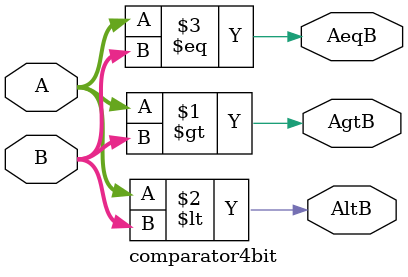
<source format=v>
module comparator4bit(
input[3:0] A,
input[3:0] B,
output AgtB,
output AltB,
output AeqB
);
assign AgtB = (A > B);
assign AltB = (A < B);
assign AeqB = (A == B);
endmodule
</source>
